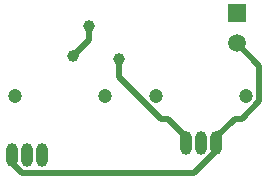
<source format=gbl>
G04*
G04 #@! TF.GenerationSoftware,Altium Limited,Altium Designer,25.7.1 (20)*
G04*
G04 Layer_Physical_Order=2*
G04 Layer_Color=16711680*
%FSLAX44Y44*%
%MOMM*%
G71*
G04*
G04 #@! TF.SameCoordinates,1FEF7C1C-ADAA-44E2-BD5A-CF82835D82FB*
G04*
G04*
G04 #@! TF.FilePolarity,Positive*
G04*
G01*
G75*
%ADD21C,0.5000*%
%ADD22O,1.0000X2.0000*%
%ADD23O,1.0000X2.0000*%
%ADD24C,1.5000*%
%ADD25C,1.2000*%
%ADD26R,1.5000X1.5000*%
%ADD27C,1.0000*%
D21*
X239140Y65427D02*
Y95460D01*
X220000Y114600D02*
X239140Y95460D01*
X224405Y50692D02*
X239140Y65427D01*
X218392Y50692D02*
X224405D01*
X202700Y35000D02*
X218392Y50692D01*
X202700Y30000D02*
Y35000D01*
X201743Y29043D02*
X202700Y30000D01*
X201743Y22545D02*
Y29043D01*
X30000Y13647D02*
Y20000D01*
Y13647D02*
X32660Y10987D01*
X184159Y4960D02*
X201743Y22545D01*
X38541Y4960D02*
X184159D01*
X32660Y10841D02*
Y10987D01*
Y10841D02*
X38541Y4960D01*
X120500Y85787D02*
Y101000D01*
X161608Y50692D02*
X177300Y35000D01*
Y30000D02*
Y35000D01*
X120500Y85787D02*
X155595Y50692D01*
X161608D01*
X94710Y129421D02*
X94750Y129460D01*
X94710Y116960D02*
Y129421D01*
X81500Y103750D02*
X94710Y116960D01*
D22*
X202700Y30000D02*
D03*
X177300D02*
D03*
X30000Y20000D02*
D03*
X55400D02*
D03*
D23*
X190000Y30000D02*
D03*
X42700Y20000D02*
D03*
D24*
X220000Y114600D02*
D03*
D25*
X228100Y70000D02*
D03*
X108100D02*
D03*
X31900D02*
D03*
X151900D02*
D03*
D26*
X220000Y140000D02*
D03*
D27*
X120500Y101000D02*
D03*
X94750Y129460D02*
D03*
X81500Y103750D02*
D03*
M02*

</source>
